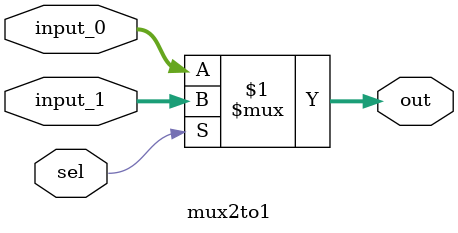
<source format=v>
module mux2to1(input_0, input_1, sel, out);

    input[31:0] input_0, input_1;
    input sel;
    output[31:0] out;

    assign out = sel ? input_1 : input_0;

endmodule
</source>
